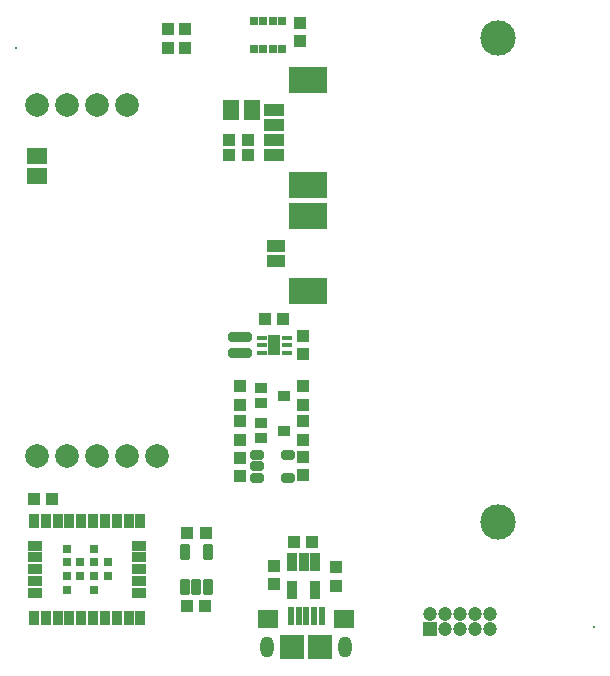
<source format=gts>
G04*
G04 #@! TF.GenerationSoftware,Altium Limited,Altium Designer,18.1.6 (161)*
G04*
G04 Layer_Color=8388736*
%FSLAX44Y44*%
%MOMM*%
G71*
G01*
G75*
%ADD46R,1.3632X1.6732*%
%ADD47R,1.1232X1.1332*%
%ADD48R,1.8032X1.6032*%
%ADD49R,2.1032X2.1032*%
%ADD50R,0.6032X1.5532*%
G04:AMPARAMS|DCode=51|XSize=2.0032mm|YSize=0.8032mm|CornerRadius=0.2516mm|HoleSize=0mm|Usage=FLASHONLY|Rotation=180.000|XOffset=0mm|YOffset=0mm|HoleType=Round|Shape=RoundedRectangle|*
%AMROUNDEDRECTD51*
21,1,2.0032,0.3000,0,0,180.0*
21,1,1.5000,0.8032,0,0,180.0*
1,1,0.5032,-0.7500,0.1500*
1,1,0.5032,0.7500,0.1500*
1,1,0.5032,0.7500,-0.1500*
1,1,0.5032,-0.7500,-0.1500*
%
%ADD51ROUNDEDRECTD51*%
%ADD52R,1.1032X0.9032*%
%ADD53R,0.9932X1.1332*%
%ADD54R,3.2032X2.3032*%
%ADD55R,1.8032X1.0032*%
%ADD56R,0.7032X0.7032*%
G04:AMPARAMS|DCode=57|XSize=1.25mm|YSize=0.8mm|CornerRadius=0.085mm|HoleSize=0mm|Usage=FLASHONLY|Rotation=270.000|XOffset=0mm|YOffset=0mm|HoleType=Round|Shape=RoundedRectangle|*
%AMROUNDEDRECTD57*
21,1,1.2500,0.6300,0,0,270.0*
21,1,1.0800,0.8000,0,0,270.0*
1,1,0.1700,-0.3150,-0.5400*
1,1,0.1700,-0.3150,0.5400*
1,1,0.1700,0.3150,0.5400*
1,1,0.1700,0.3150,-0.5400*
%
%ADD57ROUNDEDRECTD57*%
G04:AMPARAMS|DCode=58|XSize=1.25mm|YSize=0.8mm|CornerRadius=0.085mm|HoleSize=0mm|Usage=FLASHONLY|Rotation=180.000|XOffset=0mm|YOffset=0mm|HoleType=Round|Shape=RoundedRectangle|*
%AMROUNDEDRECTD58*
21,1,1.2500,0.6300,0,0,180.0*
21,1,1.0800,0.8000,0,0,180.0*
1,1,0.1700,-0.5400,0.3150*
1,1,0.1700,0.5400,0.3150*
1,1,0.1700,0.5400,-0.3150*
1,1,0.1700,-0.5400,-0.3150*
%
%ADD58ROUNDEDRECTD58*%
%ADD59R,0.8000X0.8000*%
%ADD60R,0.8400X0.4400*%
%ADD61R,1.1400X1.7400*%
G04:AMPARAMS|DCode=62|XSize=0.8032mm|YSize=1.2032mm|CornerRadius=0.1766mm|HoleSize=0mm|Usage=FLASHONLY|Rotation=270.000|XOffset=0mm|YOffset=0mm|HoleType=Round|Shape=RoundedRectangle|*
%AMROUNDEDRECTD62*
21,1,0.8032,0.8500,0,0,270.0*
21,1,0.4500,1.2032,0,0,270.0*
1,1,0.3532,-0.4250,-0.2250*
1,1,0.3532,-0.4250,0.2250*
1,1,0.3532,0.4250,0.2250*
1,1,0.3532,0.4250,-0.2250*
%
%ADD62ROUNDEDRECTD62*%
%ADD63R,1.5032X1.0032*%
G04:AMPARAMS|DCode=64|XSize=0.8532mm|YSize=1.4032mm|CornerRadius=0.1504mm|HoleSize=0mm|Usage=FLASHONLY|Rotation=180.000|XOffset=0mm|YOffset=0mm|HoleType=Round|Shape=RoundedRectangle|*
%AMROUNDEDRECTD64*
21,1,0.8532,1.1025,0,0,180.0*
21,1,0.5525,1.4032,0,0,180.0*
1,1,0.3007,-0.2763,0.5513*
1,1,0.3007,0.2763,0.5513*
1,1,0.3007,0.2763,-0.5513*
1,1,0.3007,-0.2763,-0.5513*
%
%ADD64ROUNDEDRECTD64*%
%ADD65R,0.9032X1.5032*%
%ADD66R,1.1332X0.9932*%
%ADD67R,1.6732X1.3632*%
%ADD68R,1.1332X1.1232*%
%ADD69C,0.2032*%
%ADD70O,1.1032X1.8032*%
%ADD71C,1.2032*%
%ADD72R,1.2032X1.2032*%
%ADD73C,3.0032*%
%ADD74C,2.0032*%
G54D46*
X212250Y467000D02*
D03*
X229750D02*
D03*
G54D47*
X175000Y47500D02*
D03*
X190100D02*
D03*
X265950Y101428D02*
D03*
X281050D02*
D03*
X45450Y138000D02*
D03*
X60550D02*
D03*
X241450Y290000D02*
D03*
X256550D02*
D03*
G54D48*
X308000Y36750D02*
D03*
X244000D02*
D03*
G54D49*
X288000Y12250D02*
D03*
X264000D02*
D03*
G54D50*
X289000Y39000D02*
D03*
X282500D02*
D03*
X276000D02*
D03*
X269500D02*
D03*
X263000D02*
D03*
G54D51*
X220000Y274750D02*
D03*
Y261250D02*
D03*
G54D52*
X238000Y232000D02*
D03*
Y219000D02*
D03*
X257000Y225500D02*
D03*
X238000Y202200D02*
D03*
Y189200D02*
D03*
X257000Y195700D02*
D03*
G54D53*
X210300Y442000D02*
D03*
X226700D02*
D03*
X175000Y109500D02*
D03*
X191400D02*
D03*
X210300Y429500D02*
D03*
X226700D02*
D03*
G54D54*
X277679Y492500D02*
D03*
Y404000D02*
D03*
X277750Y314250D02*
D03*
Y377750D02*
D03*
G54D55*
X248679Y467000D02*
D03*
Y454500D02*
D03*
Y442000D02*
D03*
Y429500D02*
D03*
G54D56*
X231503Y543002D02*
D03*
X239503D02*
D03*
X247503D02*
D03*
X255503D02*
D03*
X255703Y519002D02*
D03*
X247503D02*
D03*
X239503D02*
D03*
X231503D02*
D03*
G54D57*
X135500Y119750D02*
D03*
X125500D02*
D03*
X115500D02*
D03*
X105500D02*
D03*
X95500D02*
D03*
X85500D02*
D03*
X75500D02*
D03*
X65500D02*
D03*
X55500D02*
D03*
X45500D02*
D03*
Y37250D02*
D03*
X55500D02*
D03*
X65500D02*
D03*
X75500D02*
D03*
X85500D02*
D03*
X95500D02*
D03*
X105500D02*
D03*
X115500D02*
D03*
X125500D02*
D03*
X135500D02*
D03*
G54D58*
X46250Y58500D02*
D03*
Y68500D02*
D03*
Y78500D02*
D03*
Y88500D02*
D03*
Y98500D02*
D03*
X134750D02*
D03*
Y88500D02*
D03*
Y78500D02*
D03*
Y68500D02*
D03*
Y58500D02*
D03*
G54D59*
X73250Y95750D02*
D03*
Y84250D02*
D03*
Y72750D02*
D03*
Y61250D02*
D03*
X96250D02*
D03*
X84750Y72750D02*
D03*
Y84250D02*
D03*
X107750D02*
D03*
X96250Y95750D02*
D03*
Y84250D02*
D03*
Y72750D02*
D03*
X107750D02*
D03*
G54D60*
X259500Y261500D02*
D03*
Y268000D02*
D03*
Y274500D02*
D03*
X238500D02*
D03*
Y268000D02*
D03*
Y261500D02*
D03*
G54D61*
X249000Y268000D02*
D03*
G54D62*
X260500Y156000D02*
D03*
X234500Y175000D02*
D03*
Y165500D02*
D03*
Y156000D02*
D03*
X260500Y175000D02*
D03*
G54D63*
X250250Y339750D02*
D03*
Y352250D02*
D03*
G54D64*
X173500Y93250D02*
D03*
X192500D02*
D03*
Y63750D02*
D03*
X183000D02*
D03*
X173500D02*
D03*
G54D65*
X283209Y84500D02*
D03*
X273710D02*
D03*
X264209D02*
D03*
Y60500D02*
D03*
X283209D02*
D03*
G54D66*
X301000Y80698D02*
D03*
Y64298D02*
D03*
X173500Y536000D02*
D03*
Y519600D02*
D03*
X158500D02*
D03*
Y536000D02*
D03*
X220000Y217300D02*
D03*
Y233700D02*
D03*
X273000Y217300D02*
D03*
Y233700D02*
D03*
X220000Y203900D02*
D03*
Y187500D02*
D03*
X273000D02*
D03*
Y203900D02*
D03*
G54D67*
X48000Y411250D02*
D03*
Y428750D02*
D03*
G54D68*
X248500Y65950D02*
D03*
Y81050D02*
D03*
X273000Y260450D02*
D03*
Y275550D02*
D03*
X220000Y172550D02*
D03*
Y157450D02*
D03*
X273000Y173550D02*
D03*
Y158450D02*
D03*
X271000Y526000D02*
D03*
Y541100D02*
D03*
G54D69*
X520000Y30000D02*
D03*
X30000Y520000D02*
D03*
G54D70*
X243000Y12250D02*
D03*
X309000D02*
D03*
G54D71*
X431400Y41000D02*
D03*
Y28300D02*
D03*
X418700Y41000D02*
D03*
Y28300D02*
D03*
X406000Y41000D02*
D03*
Y28300D02*
D03*
X393300Y41000D02*
D03*
Y28300D02*
D03*
X380600Y41000D02*
D03*
G54D72*
Y28300D02*
D03*
G54D73*
X438500Y528500D02*
D03*
Y118500D02*
D03*
G54D74*
X124400Y471500D02*
D03*
X99000D02*
D03*
X73600D02*
D03*
X48200D02*
D03*
X124400Y174374D02*
D03*
X99000D02*
D03*
X73600D02*
D03*
X48200D02*
D03*
X149800D02*
D03*
M02*

</source>
